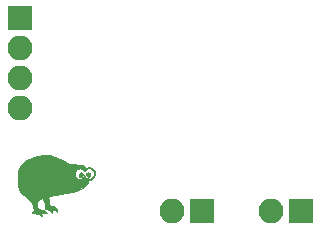
<source format=gbr>
G04 #@! TF.GenerationSoftware,KiCad,Pcbnew,(5.0.1-dev-70-gb7b125d83)*
G04 #@! TF.CreationDate,2018-10-12T16:43:48+02:00*
G04 #@! TF.ProjectId,pwm-fan-control,70776D2D66616E2D636F6E74726F6C2E,rev?*
G04 #@! TF.SameCoordinates,Original*
G04 #@! TF.FileFunction,Soldermask,Bot*
G04 #@! TF.FilePolarity,Negative*
%FSLAX46Y46*%
G04 Gerber Fmt 4.6, Leading zero omitted, Abs format (unit mm)*
G04 Created by KiCad (PCBNEW (5.0.1-dev-70-gb7b125d83)) date 10/12/18 16:43:48*
%MOMM*%
%LPD*%
G01*
G04 APERTURE LIST*
%ADD10C,0.010000*%
%ADD11O,2.100000X2.100000*%
%ADD12R,2.100000X2.100000*%
G04 APERTURE END LIST*
D10*
G04 #@! TO.C,G\002A\002A\002A*
G36*
X137694854Y-55588184D02*
X137619541Y-55684808D01*
X137611496Y-55710769D01*
X137614526Y-55840367D01*
X137680220Y-55927620D01*
X137783408Y-55958764D01*
X137898924Y-55920034D01*
X137936520Y-55888520D01*
X138002483Y-55784476D01*
X137979251Y-55683922D01*
X137920037Y-55617722D01*
X137804787Y-55562877D01*
X137694854Y-55588184D01*
X137694854Y-55588184D01*
G37*
X137694854Y-55588184D02*
X137619541Y-55684808D01*
X137611496Y-55710769D01*
X137614526Y-55840367D01*
X137680220Y-55927620D01*
X137783408Y-55958764D01*
X137898924Y-55920034D01*
X137936520Y-55888520D01*
X138002483Y-55784476D01*
X137979251Y-55683922D01*
X137920037Y-55617722D01*
X137804787Y-55562877D01*
X137694854Y-55588184D01*
G36*
X138312270Y-55581303D02*
X138229655Y-55662655D01*
X138193818Y-55749414D01*
X138228901Y-55827681D01*
X138308597Y-55909657D01*
X138394575Y-55958412D01*
X138413520Y-55961091D01*
X138484278Y-55931297D01*
X138536883Y-55888520D01*
X138595767Y-55803484D01*
X138609455Y-55753273D01*
X138572704Y-55662276D01*
X138489088Y-55579707D01*
X138401636Y-55545455D01*
X138312270Y-55581303D01*
X138312270Y-55581303D01*
G37*
X138312270Y-55581303D02*
X138229655Y-55662655D01*
X138193818Y-55749414D01*
X138228901Y-55827681D01*
X138308597Y-55909657D01*
X138394575Y-55958412D01*
X138413520Y-55961091D01*
X138484278Y-55931297D01*
X138536883Y-55888520D01*
X138595767Y-55803484D01*
X138609455Y-55753273D01*
X138572704Y-55662276D01*
X138489088Y-55579707D01*
X138401636Y-55545455D01*
X138312270Y-55581303D01*
G36*
X134156989Y-54191496D02*
X134096086Y-54205591D01*
X133626257Y-54351845D01*
X133230235Y-54547000D01*
X132910151Y-54789588D01*
X132668132Y-55078144D01*
X132568000Y-55258188D01*
X132515524Y-55377484D01*
X132480389Y-55485099D01*
X132459202Y-55604241D01*
X132448570Y-55758117D01*
X132445099Y-55969935D01*
X132444982Y-56099636D01*
X132454454Y-56449798D01*
X132488111Y-56735411D01*
X132555426Y-56975319D01*
X132665876Y-57188362D01*
X132828934Y-57393382D01*
X133054076Y-57609220D01*
X133312029Y-57823827D01*
X133556782Y-58058631D01*
X133714112Y-58303870D01*
X133788918Y-58567257D01*
X133790014Y-58576155D01*
X133799641Y-58729249D01*
X133779811Y-58820909D01*
X133742520Y-58866191D01*
X133675275Y-58943515D01*
X133695521Y-58991244D01*
X133803249Y-59009362D01*
X133818091Y-59009542D01*
X133944398Y-59029554D01*
X134107900Y-59080471D01*
X134215222Y-59124997D01*
X134348888Y-59186347D01*
X134443384Y-59228069D01*
X134474363Y-59240000D01*
X134475734Y-59200950D01*
X134463027Y-59117394D01*
X134439589Y-58994787D01*
X134700340Y-59025433D01*
X134865304Y-59034265D01*
X134948487Y-59015498D01*
X134954446Y-58974356D01*
X134887734Y-58916061D01*
X134752907Y-58845838D01*
X134554520Y-58768911D01*
X134445794Y-58733520D01*
X134288202Y-58676131D01*
X134168274Y-58616229D01*
X134111709Y-58566678D01*
X134111525Y-58566213D01*
X134095108Y-58478932D01*
X134085086Y-58339865D01*
X134083636Y-58262852D01*
X134093555Y-58106649D01*
X134134162Y-57998210D01*
X134221737Y-57894068D01*
X134221740Y-57894065D01*
X134366392Y-57791849D01*
X134500990Y-57775401D01*
X134618344Y-57838172D01*
X134711266Y-57973611D01*
X134772566Y-58175167D01*
X134794898Y-58416332D01*
X134798559Y-58685818D01*
X134953660Y-58685818D01*
X135094774Y-58713617D01*
X135223172Y-58808903D01*
X135242744Y-58829248D01*
X135376727Y-58972677D01*
X135376727Y-58826136D01*
X135384426Y-58727350D01*
X135420600Y-58698784D01*
X135480636Y-58711105D01*
X135592432Y-58766166D01*
X135688455Y-58837722D01*
X135760622Y-58897855D01*
X135788403Y-58895019D01*
X135792364Y-58852469D01*
X135749420Y-58677077D01*
X135623903Y-58536011D01*
X135420781Y-58434149D01*
X135342852Y-58411299D01*
X135246738Y-58384124D01*
X135182252Y-58348918D01*
X135139430Y-58287265D01*
X135108308Y-58180752D01*
X135078921Y-58010963D01*
X135060792Y-57890033D01*
X135042043Y-57737162D01*
X135045242Y-57652143D01*
X135073089Y-57612491D01*
X135095216Y-57603206D01*
X135161859Y-57588502D01*
X135304258Y-57560539D01*
X135507224Y-57522182D01*
X135755568Y-57476296D01*
X136034100Y-57425747D01*
X136071771Y-57418976D01*
X136591349Y-57319709D01*
X137026821Y-57222470D01*
X137386301Y-57124140D01*
X137677903Y-57021599D01*
X137909741Y-56911731D01*
X138089930Y-56791417D01*
X138226582Y-56657537D01*
X138293882Y-56564965D01*
X138368833Y-56431654D01*
X138416174Y-56318365D01*
X138424727Y-56275322D01*
X138452537Y-56212213D01*
X138547987Y-56192090D01*
X138558489Y-56192000D01*
X138707096Y-56149485D01*
X138838003Y-56036604D01*
X138933998Y-55875353D01*
X138962521Y-55753375D01*
X138912775Y-55753375D01*
X138851784Y-55915547D01*
X138745652Y-56041435D01*
X138610641Y-56119120D01*
X138463014Y-56136681D01*
X138319032Y-56082198D01*
X138267814Y-56039285D01*
X138183454Y-55944044D01*
X138131368Y-55866103D01*
X138101317Y-55822547D01*
X138071541Y-55866103D01*
X137974574Y-56002420D01*
X137837240Y-56104253D01*
X137694725Y-56145774D01*
X137690493Y-56145818D01*
X137523785Y-56106865D01*
X137397287Y-56003860D01*
X137314681Y-55857587D01*
X137279650Y-55688829D01*
X137295880Y-55518371D01*
X137367052Y-55366994D01*
X137496852Y-55255483D01*
X137529929Y-55239895D01*
X137705157Y-55204103D01*
X137862821Y-55254954D01*
X138009293Y-55391915D01*
X138086846Y-55469664D01*
X138131099Y-55472102D01*
X138134455Y-55465254D01*
X138229802Y-55319827D01*
X138378013Y-55217867D01*
X138450958Y-55195138D01*
X138601492Y-55208976D01*
X138745876Y-55293086D01*
X138859101Y-55427321D01*
X138912363Y-55566840D01*
X138912775Y-55753375D01*
X138962521Y-55753375D01*
X138977872Y-55687729D01*
X138978909Y-55654684D01*
X138967082Y-55506818D01*
X138918241Y-55396687D01*
X138821891Y-55286836D01*
X138690815Y-55178466D01*
X138565559Y-55133887D01*
X138501344Y-55129818D01*
X138383939Y-55142733D01*
X138311244Y-55174367D01*
X138306932Y-55179787D01*
X138255140Y-55187523D01*
X138162694Y-55121514D01*
X138154116Y-55113452D01*
X138044400Y-55023816D01*
X137922919Y-54962351D01*
X137769912Y-54924250D01*
X137565617Y-54904709D01*
X137290272Y-54898924D01*
X137271751Y-54898909D01*
X136771334Y-54898909D01*
X136501212Y-54696889D01*
X136063436Y-54417081D01*
X135616510Y-54227942D01*
X135154049Y-54128168D01*
X134669671Y-54116453D01*
X134156989Y-54191496D01*
X134156989Y-54191496D01*
G37*
X134156989Y-54191496D02*
X134096086Y-54205591D01*
X133626257Y-54351845D01*
X133230235Y-54547000D01*
X132910151Y-54789588D01*
X132668132Y-55078144D01*
X132568000Y-55258188D01*
X132515524Y-55377484D01*
X132480389Y-55485099D01*
X132459202Y-55604241D01*
X132448570Y-55758117D01*
X132445099Y-55969935D01*
X132444982Y-56099636D01*
X132454454Y-56449798D01*
X132488111Y-56735411D01*
X132555426Y-56975319D01*
X132665876Y-57188362D01*
X132828934Y-57393382D01*
X133054076Y-57609220D01*
X133312029Y-57823827D01*
X133556782Y-58058631D01*
X133714112Y-58303870D01*
X133788918Y-58567257D01*
X133790014Y-58576155D01*
X133799641Y-58729249D01*
X133779811Y-58820909D01*
X133742520Y-58866191D01*
X133675275Y-58943515D01*
X133695521Y-58991244D01*
X133803249Y-59009362D01*
X133818091Y-59009542D01*
X133944398Y-59029554D01*
X134107900Y-59080471D01*
X134215222Y-59124997D01*
X134348888Y-59186347D01*
X134443384Y-59228069D01*
X134474363Y-59240000D01*
X134475734Y-59200950D01*
X134463027Y-59117394D01*
X134439589Y-58994787D01*
X134700340Y-59025433D01*
X134865304Y-59034265D01*
X134948487Y-59015498D01*
X134954446Y-58974356D01*
X134887734Y-58916061D01*
X134752907Y-58845838D01*
X134554520Y-58768911D01*
X134445794Y-58733520D01*
X134288202Y-58676131D01*
X134168274Y-58616229D01*
X134111709Y-58566678D01*
X134111525Y-58566213D01*
X134095108Y-58478932D01*
X134085086Y-58339865D01*
X134083636Y-58262852D01*
X134093555Y-58106649D01*
X134134162Y-57998210D01*
X134221737Y-57894068D01*
X134221740Y-57894065D01*
X134366392Y-57791849D01*
X134500990Y-57775401D01*
X134618344Y-57838172D01*
X134711266Y-57973611D01*
X134772566Y-58175167D01*
X134794898Y-58416332D01*
X134798559Y-58685818D01*
X134953660Y-58685818D01*
X135094774Y-58713617D01*
X135223172Y-58808903D01*
X135242744Y-58829248D01*
X135376727Y-58972677D01*
X135376727Y-58826136D01*
X135384426Y-58727350D01*
X135420600Y-58698784D01*
X135480636Y-58711105D01*
X135592432Y-58766166D01*
X135688455Y-58837722D01*
X135760622Y-58897855D01*
X135788403Y-58895019D01*
X135792364Y-58852469D01*
X135749420Y-58677077D01*
X135623903Y-58536011D01*
X135420781Y-58434149D01*
X135342852Y-58411299D01*
X135246738Y-58384124D01*
X135182252Y-58348918D01*
X135139430Y-58287265D01*
X135108308Y-58180752D01*
X135078921Y-58010963D01*
X135060792Y-57890033D01*
X135042043Y-57737162D01*
X135045242Y-57652143D01*
X135073089Y-57612491D01*
X135095216Y-57603206D01*
X135161859Y-57588502D01*
X135304258Y-57560539D01*
X135507224Y-57522182D01*
X135755568Y-57476296D01*
X136034100Y-57425747D01*
X136071771Y-57418976D01*
X136591349Y-57319709D01*
X137026821Y-57222470D01*
X137386301Y-57124140D01*
X137677903Y-57021599D01*
X137909741Y-56911731D01*
X138089930Y-56791417D01*
X138226582Y-56657537D01*
X138293882Y-56564965D01*
X138368833Y-56431654D01*
X138416174Y-56318365D01*
X138424727Y-56275322D01*
X138452537Y-56212213D01*
X138547987Y-56192090D01*
X138558489Y-56192000D01*
X138707096Y-56149485D01*
X138838003Y-56036604D01*
X138933998Y-55875353D01*
X138962521Y-55753375D01*
X138912775Y-55753375D01*
X138851784Y-55915547D01*
X138745652Y-56041435D01*
X138610641Y-56119120D01*
X138463014Y-56136681D01*
X138319032Y-56082198D01*
X138267814Y-56039285D01*
X138183454Y-55944044D01*
X138131368Y-55866103D01*
X138101317Y-55822547D01*
X138071541Y-55866103D01*
X137974574Y-56002420D01*
X137837240Y-56104253D01*
X137694725Y-56145774D01*
X137690493Y-56145818D01*
X137523785Y-56106865D01*
X137397287Y-56003860D01*
X137314681Y-55857587D01*
X137279650Y-55688829D01*
X137295880Y-55518371D01*
X137367052Y-55366994D01*
X137496852Y-55255483D01*
X137529929Y-55239895D01*
X137705157Y-55204103D01*
X137862821Y-55254954D01*
X138009293Y-55391915D01*
X138086846Y-55469664D01*
X138131099Y-55472102D01*
X138134455Y-55465254D01*
X138229802Y-55319827D01*
X138378013Y-55217867D01*
X138450958Y-55195138D01*
X138601492Y-55208976D01*
X138745876Y-55293086D01*
X138859101Y-55427321D01*
X138912363Y-55566840D01*
X138912775Y-55753375D01*
X138962521Y-55753375D01*
X138977872Y-55687729D01*
X138978909Y-55654684D01*
X138967082Y-55506818D01*
X138918241Y-55396687D01*
X138821891Y-55286836D01*
X138690815Y-55178466D01*
X138565559Y-55133887D01*
X138501344Y-55129818D01*
X138383939Y-55142733D01*
X138311244Y-55174367D01*
X138306932Y-55179787D01*
X138255140Y-55187523D01*
X138162694Y-55121514D01*
X138154116Y-55113452D01*
X138044400Y-55023816D01*
X137922919Y-54962351D01*
X137769912Y-54924250D01*
X137565617Y-54904709D01*
X137290272Y-54898924D01*
X137271751Y-54898909D01*
X136771334Y-54898909D01*
X136501212Y-54696889D01*
X136063436Y-54417081D01*
X135616510Y-54227942D01*
X135154049Y-54128168D01*
X134669671Y-54116453D01*
X134156989Y-54191496D01*
G04 #@! TD*
D11*
G04 #@! TO.C,J4*
X145510000Y-58850000D03*
D12*
X148050000Y-58850000D03*
G04 #@! TD*
G04 #@! TO.C,J1*
X156400000Y-58850000D03*
D11*
X153860000Y-58850000D03*
G04 #@! TD*
D12*
G04 #@! TO.C,J2*
X132650000Y-42500000D03*
D11*
X132650000Y-45040000D03*
X132650000Y-47580000D03*
X132650000Y-50120000D03*
G04 #@! TD*
M02*

</source>
